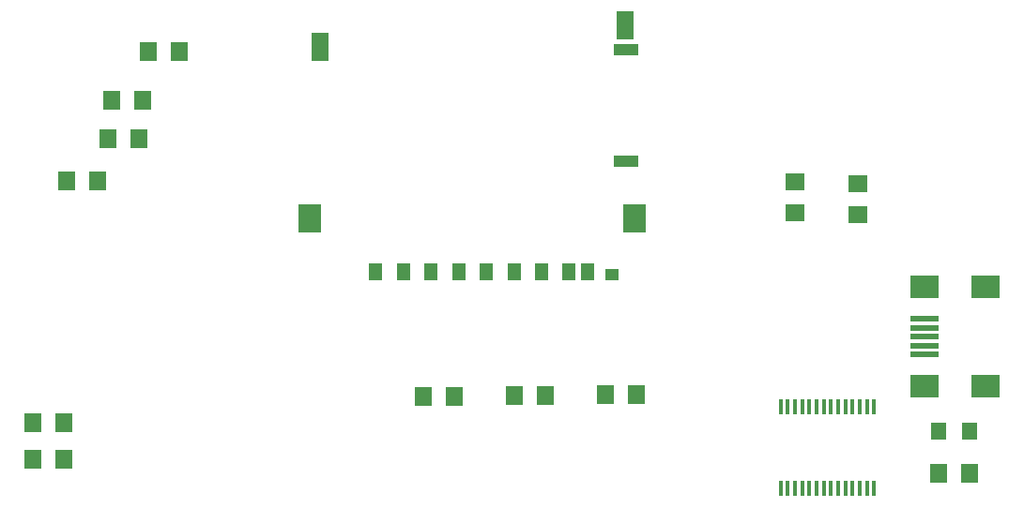
<source format=gtp>
G75*
G70*
%OFA0B0*%
%FSLAX24Y24*%
%IPPOS*%
%LPD*%
%AMOC8*
5,1,8,0,0,1.08239X$1,22.5*
%
%ADD10R,0.0591X0.0984*%
%ADD11R,0.0860X0.0420*%
%ADD12R,0.0787X0.0984*%
%ADD13R,0.0512X0.0433*%
%ADD14R,0.0472X0.0591*%
%ADD15R,0.0630X0.0709*%
%ADD16R,0.0137X0.0550*%
%ADD17R,0.0984X0.0197*%
%ADD18R,0.0984X0.0787*%
%ADD19R,0.0551X0.0630*%
%ADD20R,0.0709X0.0630*%
D10*
X014931Y027971D03*
X025758Y028729D03*
D11*
X025790Y027863D03*
X025790Y023926D03*
D12*
X026113Y021878D03*
X014577Y021878D03*
D13*
X025301Y019891D03*
D14*
X024431Y019961D03*
X023766Y019969D03*
X022813Y019969D03*
X021829Y019969D03*
X020845Y019969D03*
X019861Y019969D03*
X018876Y019969D03*
X017892Y019969D03*
X016908Y019969D03*
D15*
X004750Y013321D03*
X005852Y013321D03*
X005852Y014621D03*
X004750Y014621D03*
X005950Y023221D03*
X007052Y023221D03*
X007400Y024721D03*
X008502Y024721D03*
X008652Y026071D03*
X007550Y026071D03*
X008850Y027821D03*
X009952Y027821D03*
X018610Y015541D03*
X019712Y015541D03*
X021837Y015572D03*
X022940Y015572D03*
X025068Y015596D03*
X026171Y015596D03*
X036900Y012821D03*
X038002Y012821D03*
D16*
X034614Y012282D03*
X034358Y012282D03*
X034102Y012282D03*
X033846Y012282D03*
X033591Y012282D03*
X033335Y012282D03*
X033079Y012282D03*
X032823Y012282D03*
X032567Y012282D03*
X032311Y012282D03*
X032055Y012282D03*
X031799Y012282D03*
X031543Y012282D03*
X031287Y012282D03*
X031287Y015160D03*
X031543Y015160D03*
X031799Y015160D03*
X032055Y015160D03*
X032311Y015160D03*
X032567Y015160D03*
X032823Y015160D03*
X033079Y015160D03*
X033335Y015160D03*
X033591Y015160D03*
X033846Y015160D03*
X034102Y015160D03*
X034358Y015160D03*
X034614Y015160D03*
D17*
X036417Y017041D03*
X036417Y017356D03*
X036417Y017671D03*
X036417Y017986D03*
X036417Y018301D03*
D18*
X036417Y019443D03*
X038582Y019443D03*
X038582Y015899D03*
X036417Y015899D03*
D19*
X036900Y014321D03*
X038002Y014321D03*
D20*
X034051Y022020D03*
X034051Y023122D03*
X031801Y023172D03*
X031801Y022070D03*
M02*

</source>
